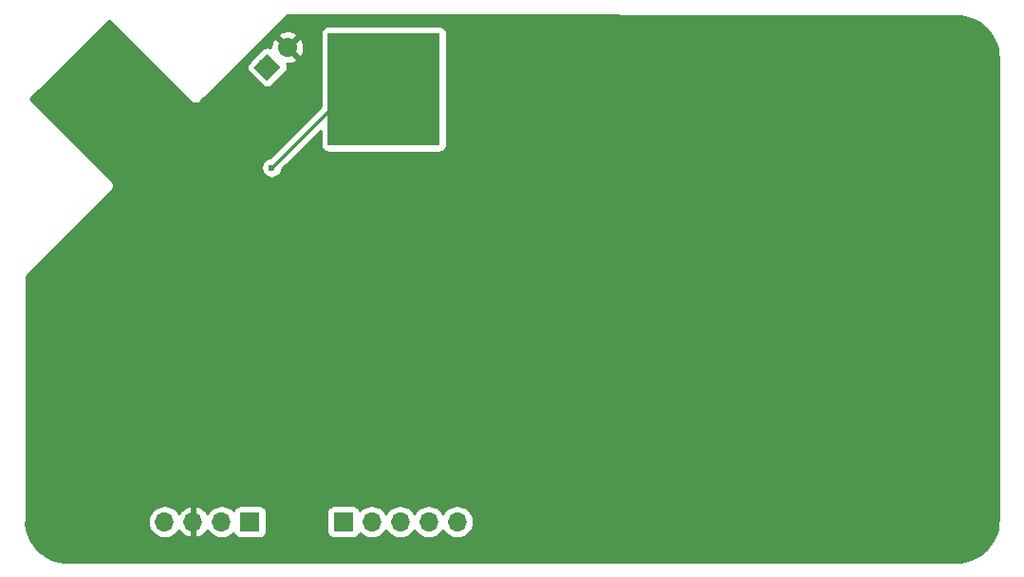
<source format=gbr>
G04 #@! TF.GenerationSoftware,KiCad,Pcbnew,5.1.0*
G04 #@! TF.CreationDate,2019-04-11T23:30:49-05:00*
G04 #@! TF.ProjectId,Card,43617264-2e6b-4696-9361-645f70636258,rev?*
G04 #@! TF.SameCoordinates,Original*
G04 #@! TF.FileFunction,Copper,L2,Bot*
G04 #@! TF.FilePolarity,Positive*
%FSLAX46Y46*%
G04 Gerber Fmt 4.6, Leading zero omitted, Abs format (unit mm)*
G04 Created by KiCad (PCBNEW 5.1.0) date 2019-04-11 23:30:49*
%MOMM*%
%LPD*%
G04 APERTURE LIST*
%ADD10R,1.700000X1.700000*%
%ADD11O,1.700000X1.700000*%
%ADD12R,10.000000X10.000000*%
%ADD13C,1.700000*%
%ADD14C,0.100000*%
%ADD15C,1.700000*%
%ADD16C,0.600000*%
%ADD17C,0.250000*%
%ADD18C,0.254000*%
G04 APERTURE END LIST*
D10*
X113480000Y-155800000D03*
D11*
X110940000Y-155800000D03*
X108400000Y-155800000D03*
X105860000Y-155800000D03*
D10*
X121800000Y-155800000D03*
D11*
X124340000Y-155800000D03*
X126880000Y-155800000D03*
X129420000Y-155800000D03*
X131960000Y-155800000D03*
D12*
X125400000Y-117200000D03*
D13*
X115000000Y-115250000D03*
D14*
G36*
X116202082Y-115250000D02*
G01*
X115000000Y-116452082D01*
X113797918Y-115250000D01*
X115000000Y-114047918D01*
X116202082Y-115250000D01*
X116202082Y-115250000D01*
G37*
D13*
X116796051Y-113453949D03*
D15*
X116796051Y-113453949D02*
X116796051Y-113453949D01*
D16*
X115400000Y-124200000D03*
D17*
X122400000Y-117200000D02*
X125400000Y-117200000D01*
X115400000Y-124200000D02*
X122400000Y-117200000D01*
D18*
G36*
X176483989Y-110685043D02*
G01*
X176588308Y-110674900D01*
X176610488Y-110668202D01*
X176835917Y-110679512D01*
X177209888Y-110736273D01*
X177540597Y-110820915D01*
X178026603Y-111007840D01*
X178243005Y-111111785D01*
X178552377Y-111299347D01*
X178841233Y-111515084D01*
X179107656Y-111757126D01*
X179349691Y-112023541D01*
X179565430Y-112312401D01*
X179752991Y-112621772D01*
X179910557Y-112949809D01*
X180036319Y-113294706D01*
X180128503Y-113654888D01*
X180185263Y-114028855D01*
X180205522Y-114432636D01*
X180205523Y-155599828D01*
X180185263Y-156003629D01*
X180128502Y-156377603D01*
X180036319Y-156737778D01*
X179910557Y-157082675D01*
X179752991Y-157410712D01*
X179565430Y-157720083D01*
X179349691Y-158008941D01*
X179107656Y-158275357D01*
X178841233Y-158517399D01*
X178607032Y-158692316D01*
X177815099Y-159114680D01*
X177570070Y-159204027D01*
X177209888Y-159296212D01*
X176835916Y-159352973D01*
X176432137Y-159373232D01*
X97234941Y-159373232D01*
X96831160Y-159352973D01*
X96457189Y-159296213D01*
X96097014Y-159204028D01*
X95752104Y-159078262D01*
X95524254Y-158968819D01*
X95338201Y-158868636D01*
X95114706Y-158733139D01*
X94825847Y-158517400D01*
X94559427Y-158275362D01*
X94317387Y-158008940D01*
X94101654Y-157720090D01*
X93914088Y-157410712D01*
X93756526Y-157082686D01*
X93630759Y-156737779D01*
X93538573Y-156377598D01*
X93481812Y-156003622D01*
X93472969Y-155827392D01*
X93481278Y-155800000D01*
X104367815Y-155800000D01*
X104396487Y-156091111D01*
X104481401Y-156371034D01*
X104619294Y-156629014D01*
X104804866Y-156855134D01*
X105030986Y-157040706D01*
X105288966Y-157178599D01*
X105568889Y-157263513D01*
X105787050Y-157285000D01*
X105932950Y-157285000D01*
X106151111Y-157263513D01*
X106431034Y-157178599D01*
X106689014Y-157040706D01*
X106915134Y-156855134D01*
X107100706Y-156629014D01*
X107135201Y-156564477D01*
X107204822Y-156681355D01*
X107399731Y-156897588D01*
X107633080Y-157071641D01*
X107895901Y-157196825D01*
X108043110Y-157241476D01*
X108273000Y-157120155D01*
X108273000Y-155927000D01*
X108253000Y-155927000D01*
X108253000Y-155673000D01*
X108273000Y-155673000D01*
X108273000Y-154479845D01*
X108527000Y-154479845D01*
X108527000Y-155673000D01*
X108547000Y-155673000D01*
X108547000Y-155927000D01*
X108527000Y-155927000D01*
X108527000Y-157120155D01*
X108756890Y-157241476D01*
X108904099Y-157196825D01*
X109166920Y-157071641D01*
X109400269Y-156897588D01*
X109595178Y-156681355D01*
X109664799Y-156564477D01*
X109699294Y-156629014D01*
X109884866Y-156855134D01*
X110110986Y-157040706D01*
X110368966Y-157178599D01*
X110648889Y-157263513D01*
X110867050Y-157285000D01*
X111012950Y-157285000D01*
X111231111Y-157263513D01*
X111511034Y-157178599D01*
X111769014Y-157040706D01*
X111995134Y-156855134D01*
X112019607Y-156825313D01*
X112040498Y-156894180D01*
X112099463Y-157004494D01*
X112178815Y-157101185D01*
X112275506Y-157180537D01*
X112385820Y-157239502D01*
X112505518Y-157275812D01*
X112630000Y-157288072D01*
X114330000Y-157288072D01*
X114454482Y-157275812D01*
X114574180Y-157239502D01*
X114684494Y-157180537D01*
X114781185Y-157101185D01*
X114860537Y-157004494D01*
X114919502Y-156894180D01*
X114955812Y-156774482D01*
X114968072Y-156650000D01*
X114968072Y-154950000D01*
X120311928Y-154950000D01*
X120311928Y-156650000D01*
X120324188Y-156774482D01*
X120360498Y-156894180D01*
X120419463Y-157004494D01*
X120498815Y-157101185D01*
X120595506Y-157180537D01*
X120705820Y-157239502D01*
X120825518Y-157275812D01*
X120950000Y-157288072D01*
X122650000Y-157288072D01*
X122774482Y-157275812D01*
X122894180Y-157239502D01*
X123004494Y-157180537D01*
X123101185Y-157101185D01*
X123180537Y-157004494D01*
X123239502Y-156894180D01*
X123260393Y-156825313D01*
X123284866Y-156855134D01*
X123510986Y-157040706D01*
X123768966Y-157178599D01*
X124048889Y-157263513D01*
X124267050Y-157285000D01*
X124412950Y-157285000D01*
X124631111Y-157263513D01*
X124911034Y-157178599D01*
X125169014Y-157040706D01*
X125395134Y-156855134D01*
X125580706Y-156629014D01*
X125610000Y-156574209D01*
X125639294Y-156629014D01*
X125824866Y-156855134D01*
X126050986Y-157040706D01*
X126308966Y-157178599D01*
X126588889Y-157263513D01*
X126807050Y-157285000D01*
X126952950Y-157285000D01*
X127171111Y-157263513D01*
X127451034Y-157178599D01*
X127709014Y-157040706D01*
X127935134Y-156855134D01*
X128120706Y-156629014D01*
X128150000Y-156574209D01*
X128179294Y-156629014D01*
X128364866Y-156855134D01*
X128590986Y-157040706D01*
X128848966Y-157178599D01*
X129128889Y-157263513D01*
X129347050Y-157285000D01*
X129492950Y-157285000D01*
X129711111Y-157263513D01*
X129991034Y-157178599D01*
X130249014Y-157040706D01*
X130475134Y-156855134D01*
X130660706Y-156629014D01*
X130690000Y-156574209D01*
X130719294Y-156629014D01*
X130904866Y-156855134D01*
X131130986Y-157040706D01*
X131388966Y-157178599D01*
X131668889Y-157263513D01*
X131887050Y-157285000D01*
X132032950Y-157285000D01*
X132251111Y-157263513D01*
X132531034Y-157178599D01*
X132789014Y-157040706D01*
X133015134Y-156855134D01*
X133200706Y-156629014D01*
X133338599Y-156371034D01*
X133423513Y-156091111D01*
X133452185Y-155800000D01*
X133423513Y-155508889D01*
X133338599Y-155228966D01*
X133200706Y-154970986D01*
X133015134Y-154744866D01*
X132789014Y-154559294D01*
X132531034Y-154421401D01*
X132251111Y-154336487D01*
X132032950Y-154315000D01*
X131887050Y-154315000D01*
X131668889Y-154336487D01*
X131388966Y-154421401D01*
X131130986Y-154559294D01*
X130904866Y-154744866D01*
X130719294Y-154970986D01*
X130690000Y-155025791D01*
X130660706Y-154970986D01*
X130475134Y-154744866D01*
X130249014Y-154559294D01*
X129991034Y-154421401D01*
X129711111Y-154336487D01*
X129492950Y-154315000D01*
X129347050Y-154315000D01*
X129128889Y-154336487D01*
X128848966Y-154421401D01*
X128590986Y-154559294D01*
X128364866Y-154744866D01*
X128179294Y-154970986D01*
X128150000Y-155025791D01*
X128120706Y-154970986D01*
X127935134Y-154744866D01*
X127709014Y-154559294D01*
X127451034Y-154421401D01*
X127171111Y-154336487D01*
X126952950Y-154315000D01*
X126807050Y-154315000D01*
X126588889Y-154336487D01*
X126308966Y-154421401D01*
X126050986Y-154559294D01*
X125824866Y-154744866D01*
X125639294Y-154970986D01*
X125610000Y-155025791D01*
X125580706Y-154970986D01*
X125395134Y-154744866D01*
X125169014Y-154559294D01*
X124911034Y-154421401D01*
X124631111Y-154336487D01*
X124412950Y-154315000D01*
X124267050Y-154315000D01*
X124048889Y-154336487D01*
X123768966Y-154421401D01*
X123510986Y-154559294D01*
X123284866Y-154744866D01*
X123260393Y-154774687D01*
X123239502Y-154705820D01*
X123180537Y-154595506D01*
X123101185Y-154498815D01*
X123004494Y-154419463D01*
X122894180Y-154360498D01*
X122774482Y-154324188D01*
X122650000Y-154311928D01*
X120950000Y-154311928D01*
X120825518Y-154324188D01*
X120705820Y-154360498D01*
X120595506Y-154419463D01*
X120498815Y-154498815D01*
X120419463Y-154595506D01*
X120360498Y-154705820D01*
X120324188Y-154825518D01*
X120311928Y-154950000D01*
X114968072Y-154950000D01*
X114955812Y-154825518D01*
X114919502Y-154705820D01*
X114860537Y-154595506D01*
X114781185Y-154498815D01*
X114684494Y-154419463D01*
X114574180Y-154360498D01*
X114454482Y-154324188D01*
X114330000Y-154311928D01*
X112630000Y-154311928D01*
X112505518Y-154324188D01*
X112385820Y-154360498D01*
X112275506Y-154419463D01*
X112178815Y-154498815D01*
X112099463Y-154595506D01*
X112040498Y-154705820D01*
X112019607Y-154774687D01*
X111995134Y-154744866D01*
X111769014Y-154559294D01*
X111511034Y-154421401D01*
X111231111Y-154336487D01*
X111012950Y-154315000D01*
X110867050Y-154315000D01*
X110648889Y-154336487D01*
X110368966Y-154421401D01*
X110110986Y-154559294D01*
X109884866Y-154744866D01*
X109699294Y-154970986D01*
X109664799Y-155035523D01*
X109595178Y-154918645D01*
X109400269Y-154702412D01*
X109166920Y-154528359D01*
X108904099Y-154403175D01*
X108756890Y-154358524D01*
X108527000Y-154479845D01*
X108273000Y-154479845D01*
X108043110Y-154358524D01*
X107895901Y-154403175D01*
X107633080Y-154528359D01*
X107399731Y-154702412D01*
X107204822Y-154918645D01*
X107135201Y-155035523D01*
X107100706Y-154970986D01*
X106915134Y-154744866D01*
X106689014Y-154559294D01*
X106431034Y-154421401D01*
X106151111Y-154336487D01*
X105932950Y-154315000D01*
X105787050Y-154315000D01*
X105568889Y-154336487D01*
X105288966Y-154421401D01*
X105030986Y-154559294D01*
X104804866Y-154744866D01*
X104619294Y-154970986D01*
X104481401Y-155228966D01*
X104396487Y-155508889D01*
X104367815Y-155800000D01*
X93481278Y-155800000D01*
X93499727Y-155739184D01*
X93510000Y-155634877D01*
X93510000Y-133894091D01*
X101077388Y-126326703D01*
X101104474Y-126304474D01*
X101126703Y-126277388D01*
X101126707Y-126277384D01*
X101193199Y-126196364D01*
X101259128Y-126073020D01*
X101299726Y-125939185D01*
X101313435Y-125800000D01*
X101299726Y-125660816D01*
X101259128Y-125526981D01*
X101259128Y-125526980D01*
X101193199Y-125403636D01*
X101126707Y-125322615D01*
X101126699Y-125322607D01*
X101104474Y-125295526D01*
X101077393Y-125273301D01*
X99912003Y-124107911D01*
X114465000Y-124107911D01*
X114465000Y-124292089D01*
X114500932Y-124472729D01*
X114571414Y-124642889D01*
X114673738Y-124796028D01*
X114803972Y-124926262D01*
X114957111Y-125028586D01*
X115127271Y-125099068D01*
X115307911Y-125135000D01*
X115492089Y-125135000D01*
X115672729Y-125099068D01*
X115842889Y-125028586D01*
X115996028Y-124926262D01*
X116126262Y-124796028D01*
X116228586Y-124642889D01*
X116299068Y-124472729D01*
X116323153Y-124351648D01*
X119761928Y-120912874D01*
X119761928Y-122200000D01*
X119774188Y-122324482D01*
X119810498Y-122444180D01*
X119869463Y-122554494D01*
X119948815Y-122651185D01*
X120045506Y-122730537D01*
X120155820Y-122789502D01*
X120275518Y-122825812D01*
X120400000Y-122838072D01*
X130400000Y-122838072D01*
X130524482Y-122825812D01*
X130644180Y-122789502D01*
X130754494Y-122730537D01*
X130851185Y-122651185D01*
X130930537Y-122554494D01*
X130989502Y-122444180D01*
X131025812Y-122324482D01*
X131038072Y-122200000D01*
X131038072Y-112200000D01*
X131025812Y-112075518D01*
X130989502Y-111955820D01*
X130930537Y-111845506D01*
X130851185Y-111748815D01*
X130754494Y-111669463D01*
X130644180Y-111610498D01*
X130524482Y-111574188D01*
X130400000Y-111561928D01*
X120400000Y-111561928D01*
X120275518Y-111574188D01*
X120155820Y-111610498D01*
X120045506Y-111669463D01*
X119948815Y-111748815D01*
X119869463Y-111845506D01*
X119810498Y-111955820D01*
X119774188Y-112075518D01*
X119761928Y-112200000D01*
X119761928Y-118763270D01*
X115248352Y-123276847D01*
X115127271Y-123300932D01*
X114957111Y-123371414D01*
X114803972Y-123473738D01*
X114673738Y-123603972D01*
X114571414Y-123757111D01*
X114500932Y-123927271D01*
X114465000Y-124107911D01*
X99912003Y-124107911D01*
X93873644Y-118069553D01*
X100867230Y-111075966D01*
X108094556Y-118303292D01*
X108095526Y-118304474D01*
X108096708Y-118305444D01*
X108119423Y-118328159D01*
X108197592Y-118392310D01*
X108316593Y-118455917D01*
X108326722Y-118458990D01*
X108326981Y-118459128D01*
X108460816Y-118499726D01*
X108600000Y-118513435D01*
X108739184Y-118499726D01*
X108873019Y-118459128D01*
X108996363Y-118393199D01*
X109077384Y-118326707D01*
X112154091Y-115250000D01*
X113159846Y-115250000D01*
X113172106Y-115374482D01*
X113208416Y-115494180D01*
X113267381Y-115604494D01*
X113346733Y-115701185D01*
X114548815Y-116903267D01*
X114645506Y-116982619D01*
X114755820Y-117041584D01*
X114875518Y-117077894D01*
X115000000Y-117090154D01*
X115124482Y-117077894D01*
X115244180Y-117041584D01*
X115354494Y-116982619D01*
X115451185Y-116903267D01*
X116653267Y-115701185D01*
X116732619Y-115604494D01*
X116791584Y-115494180D01*
X116827894Y-115374482D01*
X116840154Y-115250000D01*
X116827894Y-115125518D01*
X116791584Y-115005820D01*
X116751857Y-114931497D01*
X116864866Y-114937358D01*
X117152943Y-114895429D01*
X117427304Y-114798105D01*
X117562969Y-114725586D01*
X117639739Y-114477242D01*
X116796051Y-113633554D01*
X116781909Y-113647697D01*
X116602304Y-113468092D01*
X116616446Y-113453949D01*
X116975656Y-113453949D01*
X117819344Y-114297637D01*
X118067688Y-114220867D01*
X118140207Y-114085202D01*
X118237531Y-113810841D01*
X118279460Y-113522764D01*
X118264382Y-113232043D01*
X118192876Y-112949849D01*
X118067692Y-112687028D01*
X117819810Y-112609795D01*
X116975656Y-113453949D01*
X116616446Y-113453949D01*
X115772758Y-112610261D01*
X115524414Y-112687031D01*
X115451895Y-112822696D01*
X115354571Y-113097057D01*
X115312642Y-113385134D01*
X115318503Y-113498143D01*
X115244180Y-113458416D01*
X115124482Y-113422106D01*
X115000000Y-113409846D01*
X114875518Y-113422106D01*
X114755820Y-113458416D01*
X114645506Y-113517381D01*
X114548815Y-113596733D01*
X113346733Y-114798815D01*
X113267381Y-114895506D01*
X113208416Y-115005820D01*
X113172106Y-115125518D01*
X113159846Y-115250000D01*
X112154091Y-115250000D01*
X114973435Y-112430656D01*
X115952363Y-112430656D01*
X116796051Y-113274344D01*
X117640205Y-112430190D01*
X117562972Y-112182308D01*
X117300151Y-112057124D01*
X117017957Y-111985618D01*
X116727236Y-111970540D01*
X116439159Y-112012469D01*
X116164798Y-112109793D01*
X116029133Y-112182312D01*
X115952363Y-112430656D01*
X114973435Y-112430656D01*
X116793693Y-110610398D01*
X176483989Y-110685043D01*
X176483989Y-110685043D01*
G37*
X176483989Y-110685043D02*
X176588308Y-110674900D01*
X176610488Y-110668202D01*
X176835917Y-110679512D01*
X177209888Y-110736273D01*
X177540597Y-110820915D01*
X178026603Y-111007840D01*
X178243005Y-111111785D01*
X178552377Y-111299347D01*
X178841233Y-111515084D01*
X179107656Y-111757126D01*
X179349691Y-112023541D01*
X179565430Y-112312401D01*
X179752991Y-112621772D01*
X179910557Y-112949809D01*
X180036319Y-113294706D01*
X180128503Y-113654888D01*
X180185263Y-114028855D01*
X180205522Y-114432636D01*
X180205523Y-155599828D01*
X180185263Y-156003629D01*
X180128502Y-156377603D01*
X180036319Y-156737778D01*
X179910557Y-157082675D01*
X179752991Y-157410712D01*
X179565430Y-157720083D01*
X179349691Y-158008941D01*
X179107656Y-158275357D01*
X178841233Y-158517399D01*
X178607032Y-158692316D01*
X177815099Y-159114680D01*
X177570070Y-159204027D01*
X177209888Y-159296212D01*
X176835916Y-159352973D01*
X176432137Y-159373232D01*
X97234941Y-159373232D01*
X96831160Y-159352973D01*
X96457189Y-159296213D01*
X96097014Y-159204028D01*
X95752104Y-159078262D01*
X95524254Y-158968819D01*
X95338201Y-158868636D01*
X95114706Y-158733139D01*
X94825847Y-158517400D01*
X94559427Y-158275362D01*
X94317387Y-158008940D01*
X94101654Y-157720090D01*
X93914088Y-157410712D01*
X93756526Y-157082686D01*
X93630759Y-156737779D01*
X93538573Y-156377598D01*
X93481812Y-156003622D01*
X93472969Y-155827392D01*
X93481278Y-155800000D01*
X104367815Y-155800000D01*
X104396487Y-156091111D01*
X104481401Y-156371034D01*
X104619294Y-156629014D01*
X104804866Y-156855134D01*
X105030986Y-157040706D01*
X105288966Y-157178599D01*
X105568889Y-157263513D01*
X105787050Y-157285000D01*
X105932950Y-157285000D01*
X106151111Y-157263513D01*
X106431034Y-157178599D01*
X106689014Y-157040706D01*
X106915134Y-156855134D01*
X107100706Y-156629014D01*
X107135201Y-156564477D01*
X107204822Y-156681355D01*
X107399731Y-156897588D01*
X107633080Y-157071641D01*
X107895901Y-157196825D01*
X108043110Y-157241476D01*
X108273000Y-157120155D01*
X108273000Y-155927000D01*
X108253000Y-155927000D01*
X108253000Y-155673000D01*
X108273000Y-155673000D01*
X108273000Y-154479845D01*
X108527000Y-154479845D01*
X108527000Y-155673000D01*
X108547000Y-155673000D01*
X108547000Y-155927000D01*
X108527000Y-155927000D01*
X108527000Y-157120155D01*
X108756890Y-157241476D01*
X108904099Y-157196825D01*
X109166920Y-157071641D01*
X109400269Y-156897588D01*
X109595178Y-156681355D01*
X109664799Y-156564477D01*
X109699294Y-156629014D01*
X109884866Y-156855134D01*
X110110986Y-157040706D01*
X110368966Y-157178599D01*
X110648889Y-157263513D01*
X110867050Y-157285000D01*
X111012950Y-157285000D01*
X111231111Y-157263513D01*
X111511034Y-157178599D01*
X111769014Y-157040706D01*
X111995134Y-156855134D01*
X112019607Y-156825313D01*
X112040498Y-156894180D01*
X112099463Y-157004494D01*
X112178815Y-157101185D01*
X112275506Y-157180537D01*
X112385820Y-157239502D01*
X112505518Y-157275812D01*
X112630000Y-157288072D01*
X114330000Y-157288072D01*
X114454482Y-157275812D01*
X114574180Y-157239502D01*
X114684494Y-157180537D01*
X114781185Y-157101185D01*
X114860537Y-157004494D01*
X114919502Y-156894180D01*
X114955812Y-156774482D01*
X114968072Y-156650000D01*
X114968072Y-154950000D01*
X120311928Y-154950000D01*
X120311928Y-156650000D01*
X120324188Y-156774482D01*
X120360498Y-156894180D01*
X120419463Y-157004494D01*
X120498815Y-157101185D01*
X120595506Y-157180537D01*
X120705820Y-157239502D01*
X120825518Y-157275812D01*
X120950000Y-157288072D01*
X122650000Y-157288072D01*
X122774482Y-157275812D01*
X122894180Y-157239502D01*
X123004494Y-157180537D01*
X123101185Y-157101185D01*
X123180537Y-157004494D01*
X123239502Y-156894180D01*
X123260393Y-156825313D01*
X123284866Y-156855134D01*
X123510986Y-157040706D01*
X123768966Y-157178599D01*
X124048889Y-157263513D01*
X124267050Y-157285000D01*
X124412950Y-157285000D01*
X124631111Y-157263513D01*
X124911034Y-157178599D01*
X125169014Y-157040706D01*
X125395134Y-156855134D01*
X125580706Y-156629014D01*
X125610000Y-156574209D01*
X125639294Y-156629014D01*
X125824866Y-156855134D01*
X126050986Y-157040706D01*
X126308966Y-157178599D01*
X126588889Y-157263513D01*
X126807050Y-157285000D01*
X126952950Y-157285000D01*
X127171111Y-157263513D01*
X127451034Y-157178599D01*
X127709014Y-157040706D01*
X127935134Y-156855134D01*
X128120706Y-156629014D01*
X128150000Y-156574209D01*
X128179294Y-156629014D01*
X128364866Y-156855134D01*
X128590986Y-157040706D01*
X128848966Y-157178599D01*
X129128889Y-157263513D01*
X129347050Y-157285000D01*
X129492950Y-157285000D01*
X129711111Y-157263513D01*
X129991034Y-157178599D01*
X130249014Y-157040706D01*
X130475134Y-156855134D01*
X130660706Y-156629014D01*
X130690000Y-156574209D01*
X130719294Y-156629014D01*
X130904866Y-156855134D01*
X131130986Y-157040706D01*
X131388966Y-157178599D01*
X131668889Y-157263513D01*
X131887050Y-157285000D01*
X132032950Y-157285000D01*
X132251111Y-157263513D01*
X132531034Y-157178599D01*
X132789014Y-157040706D01*
X133015134Y-156855134D01*
X133200706Y-156629014D01*
X133338599Y-156371034D01*
X133423513Y-156091111D01*
X133452185Y-155800000D01*
X133423513Y-155508889D01*
X133338599Y-155228966D01*
X133200706Y-154970986D01*
X133015134Y-154744866D01*
X132789014Y-154559294D01*
X132531034Y-154421401D01*
X132251111Y-154336487D01*
X132032950Y-154315000D01*
X131887050Y-154315000D01*
X131668889Y-154336487D01*
X131388966Y-154421401D01*
X131130986Y-154559294D01*
X130904866Y-154744866D01*
X130719294Y-154970986D01*
X130690000Y-155025791D01*
X130660706Y-154970986D01*
X130475134Y-154744866D01*
X130249014Y-154559294D01*
X129991034Y-154421401D01*
X129711111Y-154336487D01*
X129492950Y-154315000D01*
X129347050Y-154315000D01*
X129128889Y-154336487D01*
X128848966Y-154421401D01*
X128590986Y-154559294D01*
X128364866Y-154744866D01*
X128179294Y-154970986D01*
X128150000Y-155025791D01*
X128120706Y-154970986D01*
X127935134Y-154744866D01*
X127709014Y-154559294D01*
X127451034Y-154421401D01*
X127171111Y-154336487D01*
X126952950Y-154315000D01*
X126807050Y-154315000D01*
X126588889Y-154336487D01*
X126308966Y-154421401D01*
X126050986Y-154559294D01*
X125824866Y-154744866D01*
X125639294Y-154970986D01*
X125610000Y-155025791D01*
X125580706Y-154970986D01*
X125395134Y-154744866D01*
X125169014Y-154559294D01*
X124911034Y-154421401D01*
X124631111Y-154336487D01*
X124412950Y-154315000D01*
X124267050Y-154315000D01*
X124048889Y-154336487D01*
X123768966Y-154421401D01*
X123510986Y-154559294D01*
X123284866Y-154744866D01*
X123260393Y-154774687D01*
X123239502Y-154705820D01*
X123180537Y-154595506D01*
X123101185Y-154498815D01*
X123004494Y-154419463D01*
X122894180Y-154360498D01*
X122774482Y-154324188D01*
X122650000Y-154311928D01*
X120950000Y-154311928D01*
X120825518Y-154324188D01*
X120705820Y-154360498D01*
X120595506Y-154419463D01*
X120498815Y-154498815D01*
X120419463Y-154595506D01*
X120360498Y-154705820D01*
X120324188Y-154825518D01*
X120311928Y-154950000D01*
X114968072Y-154950000D01*
X114955812Y-154825518D01*
X114919502Y-154705820D01*
X114860537Y-154595506D01*
X114781185Y-154498815D01*
X114684494Y-154419463D01*
X114574180Y-154360498D01*
X114454482Y-154324188D01*
X114330000Y-154311928D01*
X112630000Y-154311928D01*
X112505518Y-154324188D01*
X112385820Y-154360498D01*
X112275506Y-154419463D01*
X112178815Y-154498815D01*
X112099463Y-154595506D01*
X112040498Y-154705820D01*
X112019607Y-154774687D01*
X111995134Y-154744866D01*
X111769014Y-154559294D01*
X111511034Y-154421401D01*
X111231111Y-154336487D01*
X111012950Y-154315000D01*
X110867050Y-154315000D01*
X110648889Y-154336487D01*
X110368966Y-154421401D01*
X110110986Y-154559294D01*
X109884866Y-154744866D01*
X109699294Y-154970986D01*
X109664799Y-155035523D01*
X109595178Y-154918645D01*
X109400269Y-154702412D01*
X109166920Y-154528359D01*
X108904099Y-154403175D01*
X108756890Y-154358524D01*
X108527000Y-154479845D01*
X108273000Y-154479845D01*
X108043110Y-154358524D01*
X107895901Y-154403175D01*
X107633080Y-154528359D01*
X107399731Y-154702412D01*
X107204822Y-154918645D01*
X107135201Y-155035523D01*
X107100706Y-154970986D01*
X106915134Y-154744866D01*
X106689014Y-154559294D01*
X106431034Y-154421401D01*
X106151111Y-154336487D01*
X105932950Y-154315000D01*
X105787050Y-154315000D01*
X105568889Y-154336487D01*
X105288966Y-154421401D01*
X105030986Y-154559294D01*
X104804866Y-154744866D01*
X104619294Y-154970986D01*
X104481401Y-155228966D01*
X104396487Y-155508889D01*
X104367815Y-155800000D01*
X93481278Y-155800000D01*
X93499727Y-155739184D01*
X93510000Y-155634877D01*
X93510000Y-133894091D01*
X101077388Y-126326703D01*
X101104474Y-126304474D01*
X101126703Y-126277388D01*
X101126707Y-126277384D01*
X101193199Y-126196364D01*
X101259128Y-126073020D01*
X101299726Y-125939185D01*
X101313435Y-125800000D01*
X101299726Y-125660816D01*
X101259128Y-125526981D01*
X101259128Y-125526980D01*
X101193199Y-125403636D01*
X101126707Y-125322615D01*
X101126699Y-125322607D01*
X101104474Y-125295526D01*
X101077393Y-125273301D01*
X99912003Y-124107911D01*
X114465000Y-124107911D01*
X114465000Y-124292089D01*
X114500932Y-124472729D01*
X114571414Y-124642889D01*
X114673738Y-124796028D01*
X114803972Y-124926262D01*
X114957111Y-125028586D01*
X115127271Y-125099068D01*
X115307911Y-125135000D01*
X115492089Y-125135000D01*
X115672729Y-125099068D01*
X115842889Y-125028586D01*
X115996028Y-124926262D01*
X116126262Y-124796028D01*
X116228586Y-124642889D01*
X116299068Y-124472729D01*
X116323153Y-124351648D01*
X119761928Y-120912874D01*
X119761928Y-122200000D01*
X119774188Y-122324482D01*
X119810498Y-122444180D01*
X119869463Y-122554494D01*
X119948815Y-122651185D01*
X120045506Y-122730537D01*
X120155820Y-122789502D01*
X120275518Y-122825812D01*
X120400000Y-122838072D01*
X130400000Y-122838072D01*
X130524482Y-122825812D01*
X130644180Y-122789502D01*
X130754494Y-122730537D01*
X130851185Y-122651185D01*
X130930537Y-122554494D01*
X130989502Y-122444180D01*
X131025812Y-122324482D01*
X131038072Y-122200000D01*
X131038072Y-112200000D01*
X131025812Y-112075518D01*
X130989502Y-111955820D01*
X130930537Y-111845506D01*
X130851185Y-111748815D01*
X130754494Y-111669463D01*
X130644180Y-111610498D01*
X130524482Y-111574188D01*
X130400000Y-111561928D01*
X120400000Y-111561928D01*
X120275518Y-111574188D01*
X120155820Y-111610498D01*
X120045506Y-111669463D01*
X119948815Y-111748815D01*
X119869463Y-111845506D01*
X119810498Y-111955820D01*
X119774188Y-112075518D01*
X119761928Y-112200000D01*
X119761928Y-118763270D01*
X115248352Y-123276847D01*
X115127271Y-123300932D01*
X114957111Y-123371414D01*
X114803972Y-123473738D01*
X114673738Y-123603972D01*
X114571414Y-123757111D01*
X114500932Y-123927271D01*
X114465000Y-124107911D01*
X99912003Y-124107911D01*
X93873644Y-118069553D01*
X100867230Y-111075966D01*
X108094556Y-118303292D01*
X108095526Y-118304474D01*
X108096708Y-118305444D01*
X108119423Y-118328159D01*
X108197592Y-118392310D01*
X108316593Y-118455917D01*
X108326722Y-118458990D01*
X108326981Y-118459128D01*
X108460816Y-118499726D01*
X108600000Y-118513435D01*
X108739184Y-118499726D01*
X108873019Y-118459128D01*
X108996363Y-118393199D01*
X109077384Y-118326707D01*
X112154091Y-115250000D01*
X113159846Y-115250000D01*
X113172106Y-115374482D01*
X113208416Y-115494180D01*
X113267381Y-115604494D01*
X113346733Y-115701185D01*
X114548815Y-116903267D01*
X114645506Y-116982619D01*
X114755820Y-117041584D01*
X114875518Y-117077894D01*
X115000000Y-117090154D01*
X115124482Y-117077894D01*
X115244180Y-117041584D01*
X115354494Y-116982619D01*
X115451185Y-116903267D01*
X116653267Y-115701185D01*
X116732619Y-115604494D01*
X116791584Y-115494180D01*
X116827894Y-115374482D01*
X116840154Y-115250000D01*
X116827894Y-115125518D01*
X116791584Y-115005820D01*
X116751857Y-114931497D01*
X116864866Y-114937358D01*
X117152943Y-114895429D01*
X117427304Y-114798105D01*
X117562969Y-114725586D01*
X117639739Y-114477242D01*
X116796051Y-113633554D01*
X116781909Y-113647697D01*
X116602304Y-113468092D01*
X116616446Y-113453949D01*
X116975656Y-113453949D01*
X117819344Y-114297637D01*
X118067688Y-114220867D01*
X118140207Y-114085202D01*
X118237531Y-113810841D01*
X118279460Y-113522764D01*
X118264382Y-113232043D01*
X118192876Y-112949849D01*
X118067692Y-112687028D01*
X117819810Y-112609795D01*
X116975656Y-113453949D01*
X116616446Y-113453949D01*
X115772758Y-112610261D01*
X115524414Y-112687031D01*
X115451895Y-112822696D01*
X115354571Y-113097057D01*
X115312642Y-113385134D01*
X115318503Y-113498143D01*
X115244180Y-113458416D01*
X115124482Y-113422106D01*
X115000000Y-113409846D01*
X114875518Y-113422106D01*
X114755820Y-113458416D01*
X114645506Y-113517381D01*
X114548815Y-113596733D01*
X113346733Y-114798815D01*
X113267381Y-114895506D01*
X113208416Y-115005820D01*
X113172106Y-115125518D01*
X113159846Y-115250000D01*
X112154091Y-115250000D01*
X114973435Y-112430656D01*
X115952363Y-112430656D01*
X116796051Y-113274344D01*
X117640205Y-112430190D01*
X117562972Y-112182308D01*
X117300151Y-112057124D01*
X117017957Y-111985618D01*
X116727236Y-111970540D01*
X116439159Y-112012469D01*
X116164798Y-112109793D01*
X116029133Y-112182312D01*
X115952363Y-112430656D01*
X114973435Y-112430656D01*
X116793693Y-110610398D01*
X176483989Y-110685043D01*
M02*

</source>
